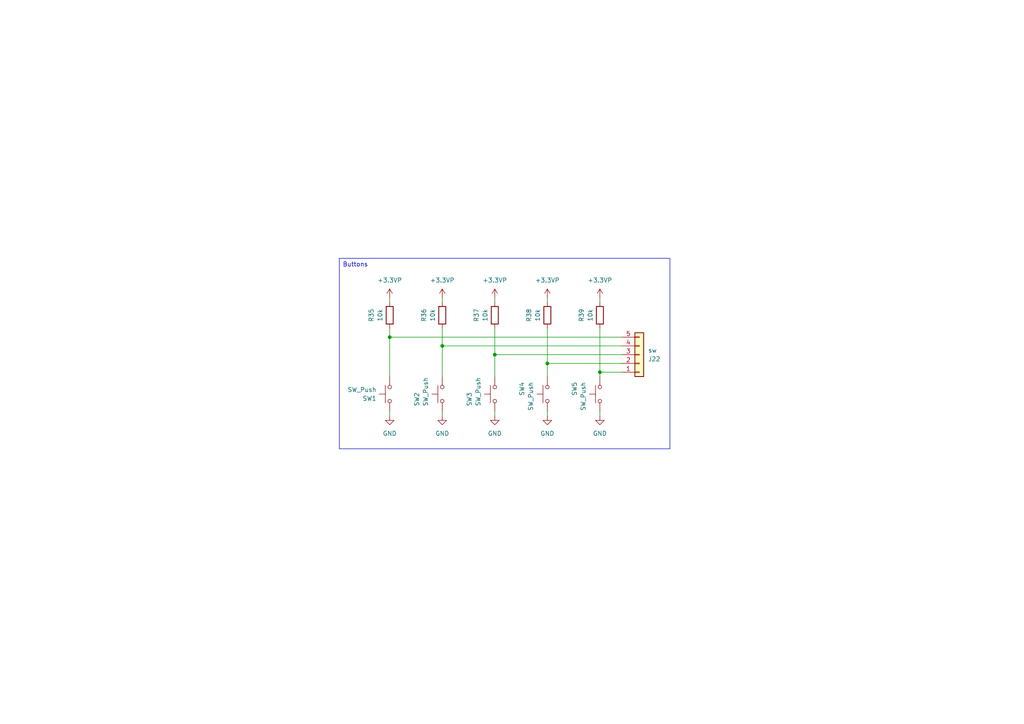
<source format=kicad_sch>
(kicad_sch (version 20250114) (generator "eeschema") (generator_version "9.0")
  (paper "A4")
  (title_block (date "2026-01-16") (rev "0.0.2") (company "KN NaMi"))
  (lib_symbols
    (symbol "Connector_Generic:Conn_01x05" (pin_names (offset 1.016) (hide yes))
      (property "Reference" "J" (at 0 7.62 0))
      (property "Value" "Conn_01x05" (at 0 -7.62 0))
      (symbol "Conn_01x05_1_1"
        (rectangle (start -1.27 6.35) (end 1.27 -6.35) (stroke (width 0.254)) (fill (type background)))
        (rectangle (start -1.27 5.207) (end 0 4.953) (stroke (width 0.1524)))
        (rectangle (start -1.27 2.667) (end 0 2.413) (stroke (width 0.1524)))
        (rectangle (start -1.27 0.127) (end 0 -0.127) (stroke (width 0.1524)))
        (rectangle (start -1.27 -2.413) (end 0 -2.667) (stroke (width 0.1524)))
        (rectangle (start -1.27 -4.953) (end 0 -5.207) (stroke (width 0.1524)))
        (pin passive line (at -5.08 5.08 0) (length 3.81) (name "Pin_1") (number "1"))
        (pin passive line (at -5.08 2.54 0) (length 3.81) (name "Pin_2") (number "2"))
        (pin passive line (at -5.08 0 0) (length 3.81) (name "Pin_3") (number "3"))
        (pin passive line (at -5.08 -2.54 0) (length 3.81) (name "Pin_4") (number "4"))
        (pin passive line (at -5.08 -5.08 0) (length 3.81) (name "Pin_5") (number "5"))
      )
    )
    (symbol "Device:R" (pin_numbers (hide yes)) (pin_names (offset 0))
      (property "Reference" "R" (at 2.032 0 90))
      (property "Value" "R" (at 0 0 90))
      (symbol "R_0_1"
        (rectangle (start -1.016 -2.54) (end 1.016 2.54) (stroke (width 0.254)))
      )
      (symbol "R_1_1"
        (pin passive line (at 0 3.81 270) (length 1.27) (name "~") (number "1"))
        (pin passive line (at 0 -3.81 90) (length 1.27) (name "~") (number "2"))
      )
    )
    (symbol "Switch:SW_Push" (pin_numbers (hide yes)) (pin_names (offset 1.016) (hide yes))
      (property "Reference" "SW" (at 1.27 2.54 0))
      (property "Value" "SW_Push" (at 0 -1.524 0))
      (symbol "SW_Push_0_1"
        (circle (center -2.032 0) (radius 0.508))
        (polyline (pts (xy 0 1.27) (xy 0 3.048)))
        (circle (center 2.032 0) (radius 0.508))
        (polyline (pts (xy 2.54 1.27) (xy -2.54 1.27)))
        (pin passive line (at -5.08 0 0) (length 2.54) (name "1") (number "1"))
        (pin passive line (at 5.08 0 180) (length 2.54) (name "2") (number "2"))
      )
    )
    (symbol "power:+3.3VP" (power) (pin_numbers (hide yes)) (pin_names (offset 0) (hide yes))
      (property "Value" "+3.3VP" (at 0 3.556 0))
      (symbol "+3.3VP_0_0"
        (pin power_in line (at 0 0 90) (length 0) (name "~") (number "1"))
      )
      (symbol "+3.3VP_0_1"
        (polyline (pts (xy -0.762 1.27) (xy 0 2.54)))
        (polyline (pts (xy 0 2.54) (xy 0.762 1.27)))
        (polyline (pts (xy 0 0) (xy 0 2.54)))
      )
    )
    (symbol "power:GND" (power) (pin_numbers (hide yes)) (pin_names (offset 0) (hide yes))
      (property "Value" "GND" (at 0 -3.81 0))
      (symbol "GND_0_1"
        (polyline (pts (xy 0 0) (xy 0 -1.27) (xy 1.27 -1.27) (xy 0 -2.54) (xy -1.27 -1.27) (xy 0 -1.27)))
      )
      (symbol "GND_1_1"
        (pin power_in line (at 0 0 270) (length 0) (name "~") (number "1"))
      )
    )
  )
  (text_box "Buttons" (at 98.425 74.93 0) (size 95.885 55.245) (margins 0.9525 0.9525 0.9525 0.9525) (effects (font (size 1.27 1.27)) (justify left top)))
  (junction (at 158.75 105.41))
  (junction (at 143.51 102.87))
  (junction (at 113.03 97.79))
  (junction (at 128.27 100.33))
  (junction (at 173.99 107.95))
  (wire (pts (xy 143.51 95.25) (xy 143.51 102.87)))
  (wire (pts (xy 128.27 86.36) (xy 128.27 87.63)))
  (wire (pts (xy 173.99 107.95) (xy 173.99 109.22)))
  (wire (pts (xy 128.27 120.65) (xy 128.27 119.38)))
  (wire (pts (xy 113.03 86.36) (xy 113.03 87.63)))
  (wire (pts (xy 158.75 95.25) (xy 158.75 105.41)))
  (wire (pts (xy 128.27 95.25) (xy 128.27 100.33)))
  (wire (pts (xy 158.75 105.41) (xy 158.75 109.22)))
  (wire (pts (xy 158.75 120.65) (xy 158.75 119.38)))
  (wire (pts (xy 113.03 95.25) (xy 113.03 97.79)))
  (wire (pts (xy 158.75 86.36) (xy 158.75 87.63)))
  (wire (pts (xy 173.99 120.65) (xy 173.99 119.38)))
  (wire (pts (xy 143.51 120.65) (xy 143.51 119.38)))
  (wire (pts (xy 128.27 100.33) (xy 180.34 100.33)))
  (wire (pts (xy 143.51 102.87) (xy 143.51 109.22)))
  (wire (pts (xy 143.51 102.87) (xy 180.34 102.87)))
  (wire (pts (xy 173.99 107.95) (xy 180.34 107.95)))
  (wire (pts (xy 113.03 97.79) (xy 113.03 109.22)))
  (wire (pts (xy 113.03 97.79) (xy 180.34 97.79)))
  (wire (pts (xy 128.27 100.33) (xy 128.27 109.22)))
  (wire (pts (xy 143.51 86.36) (xy 143.51 87.63)))
  (wire (pts (xy 173.99 86.36) (xy 173.99 87.63)))
  (wire (pts (xy 113.03 120.65) (xy 113.03 119.38)))
  (wire (pts (xy 158.75 105.41) (xy 180.34 105.41)))
  (wire (pts (xy 173.99 95.25) (xy 173.99 107.95)))
  (symbol (lib_id "power:+3.3VP") (at 113.03 86.36 0) (unit 1)
    (property "Reference" "#PWR0106" (effects (hide yes)))
    (property "Value" "+3.3VP" (at 113.03 81.28 0))
    (property "Description" "Power symbol creates a global label with name \"+3.3VP\"" (effects (hide yes)))
  )
  (symbol (lib_id "Connector_Generic:Conn_01x05") (at 185.42 102.87 0) (mirror x) (unit 1)
    (property "Reference" "J22" (at 187.96 104.1401 0) (effects (justify left)))
    (property "Value" "sw" (at 187.96 101.6001 0) (effects (justify left)))
    (property "Footprint" "Connector_PinHeader_2.54mm:PinHeader_1x05_P2.54mm_Vertical" (effects (hide yes)))
    (property "Description" "Generic connector, single row, 01x05, script generated (kicad-library-utils/schlib/autogen/connector/)" (effects (hide yes)))
  )
  (symbol (lib_id "Switch:SW_Push") (at 173.99 114.3 90) (mirror x) (unit 1)
    (property "Reference" "SW5" (at 166.624 110.744 0) (effects (justify left)))
    (property "Value" "SW_Push" (at 169.164 110.744 0) (effects (justify left)))
    (property "Footprint" "Button_Switch_THT:SW_PUSH_6mm_H5mm" (effects (hide yes)))
    (property "Description" "Push button switch, generic, two pins" (effects (hide yes)))
  )
  (symbol (lib_id "power:GND") (at 128.27 120.65 0) (unit 1)
    (property "Reference" "#PWR0124" (effects (hide yes)))
    (property "Value" "GND" (at 128.27 125.73 0))
    (property "Description" "Power symbol creates a global label with name \"GND\" , ground" (effects (hide yes)))
  )
  (symbol (lib_id "power:+3.3VP") (at 158.75 86.36 0) (unit 1)
    (property "Reference" "#PWR0109" (effects (hide yes)))
    (property "Value" "+3.3VP" (at 158.75 81.28 0))
    (property "Description" "Power symbol creates a global label with name \"+3.3VP\"" (effects (hide yes)))
  )
  (symbol (lib_id "Device:R") (at 143.51 91.44 180) (unit 1)
    (property "Reference" "R37" (at 138.176 91.44 90))
    (property "Value" "10k" (at 140.716 91.44 90))
    (property "Footprint" "Resistor_SMD:R_0603_1608Metric_Pad0.98x0.95mm_HandSolder" (effects (hide yes)))
    (property "Description" "Resistor" (effects (hide yes)))
  )
  (symbol (lib_id "Switch:SW_Push") (at 143.51 114.3 90) (unit 1)
    (property "Reference" "SW3" (at 136.144 117.856 0) (effects (justify left)))
    (property "Value" "SW_Push" (at 138.684 117.856 0) (effects (justify left)))
    (property "Footprint" "Button_Switch_THT:SW_PUSH_6mm_H5mm" (effects (hide yes)))
    (property "Description" "Push button switch, generic, two pins" (effects (hide yes)))
  )
  (symbol (lib_id "Device:R") (at 128.27 91.44 180) (unit 1)
    (property "Reference" "R36" (at 122.936 91.44 90))
    (property "Value" "10k" (at 125.476 91.44 90))
    (property "Footprint" "Resistor_SMD:R_0603_1608Metric_Pad0.98x0.95mm_HandSolder" (effects (hide yes)))
    (property "Description" "Resistor" (effects (hide yes)))
  )
  (symbol (lib_id "Device:R") (at 173.99 91.44 180) (unit 1)
    (property "Reference" "R39" (at 168.656 91.44 90))
    (property "Value" "10k" (at 171.196 91.44 90))
    (property "Footprint" "Resistor_SMD:R_0603_1608Metric_Pad0.98x0.95mm_HandSolder" (effects (hide yes)))
    (property "Description" "Resistor" (effects (hide yes)))
  )
  (symbol (lib_id "power:+3.3VP") (at 173.99 86.36 0) (unit 1)
    (property "Reference" "#PWR0110" (effects (hide yes)))
    (property "Value" "+3.3VP" (at 173.99 81.28 0))
    (property "Description" "Power symbol creates a global label with name \"+3.3VP\"" (effects (hide yes)))
  )
  (symbol (lib_id "power:+3.3VP") (at 143.51 86.36 0) (unit 1)
    (property "Reference" "#PWR0108" (effects (hide yes)))
    (property "Value" "+3.3VP" (at 143.51 81.28 0))
    (property "Description" "Power symbol creates a global label with name \"+3.3VP\"" (effects (hide yes)))
  )
  (symbol (lib_id "power:+3.3VP") (at 128.27 86.36 0) (unit 1)
    (property "Reference" "#PWR0107" (effects (hide yes)))
    (property "Value" "+3.3VP" (at 128.27 81.28 0))
    (property "Description" "Power symbol creates a global label with name \"+3.3VP\"" (effects (hide yes)))
  )
  (symbol (lib_id "Device:R") (at 158.75 91.44 180) (unit 1)
    (property "Reference" "R38" (at 153.416 91.44 90))
    (property "Value" "10k" (at 155.956 91.44 90))
    (property "Footprint" "Resistor_SMD:R_0603_1608Metric_Pad0.98x0.95mm_HandSolder" (effects (hide yes)))
    (property "Description" "Resistor" (effects (hide yes)))
  )
  (symbol (lib_id "power:GND") (at 113.03 120.65 0) (unit 1)
    (property "Reference" "#PWR0123" (effects (hide yes)))
    (property "Value" "GND" (at 113.03 125.73 0))
    (property "Description" "Power symbol creates a global label with name \"GND\" , ground" (effects (hide yes)))
  )
  (symbol (lib_id "Switch:SW_Push") (at 158.75 114.3 90) (mirror x) (unit 1)
    (property "Reference" "SW4" (at 151.384 110.744 0) (effects (justify left)))
    (property "Value" "SW_Push" (at 153.924 110.744 0) (effects (justify left)))
    (property "Footprint" "Button_Switch_THT:SW_PUSH_6mm_H5mm" (effects (hide yes)))
    (property "Description" "Push button switch, generic, two pins" (effects (hide yes)))
  )
  (symbol (lib_id "power:GND") (at 158.75 120.65 0) (unit 1)
    (property "Reference" "#PWR0126" (effects (hide yes)))
    (property "Value" "GND" (at 158.75 125.73 0))
    (property "Description" "Power symbol creates a global label with name \"GND\" , ground" (effects (hide yes)))
  )
  (symbol (lib_id "power:GND") (at 173.99 120.65 0) (unit 1)
    (property "Reference" "#PWR0127" (effects (hide yes)))
    (property "Value" "GND" (at 173.99 125.73 0))
    (property "Description" "Power symbol creates a global label with name \"GND\" , ground" (effects (hide yes)))
  )
  (symbol (lib_id "Switch:SW_Push") (at 113.03 114.3 90) (unit 1)
    (property "Reference" "SW1" (at 109.22 115.5701 90) (effects (justify left)))
    (property "Value" "SW_Push" (at 109.22 113.0301 90) (effects (justify left)))
    (property "Footprint" "Button_Switch_THT:SW_PUSH_6mm_H5mm" (effects (hide yes)))
    (property "Description" "Push button switch, generic, two pins" (effects (hide yes)))
  )
  (symbol (lib_id "power:GND") (at 143.51 120.65 0) (unit 1)
    (property "Reference" "#PWR0125" (effects (hide yes)))
    (property "Value" "GND" (at 143.51 125.73 0))
    (property "Description" "Power symbol creates a global label with name \"GND\" , ground" (effects (hide yes)))
  )
  (symbol (lib_id "Device:R") (at 113.03 91.44 180) (unit 1)
    (property "Reference" "R35" (at 107.696 91.44 90))
    (property "Value" "10k" (at 110.236 91.44 90))
    (property "Footprint" "Resistor_SMD:R_0603_1608Metric_Pad0.98x0.95mm_HandSolder" (effects (hide yes)))
    (property "Description" "Resistor" (effects (hide yes)))
  )
  (symbol (lib_id "Switch:SW_Push") (at 128.27 114.3 90) (unit 1)
    (property "Reference" "SW2" (at 120.904 117.856 0) (effects (justify left)))
    (property "Value" "SW_Push" (at 123.444 117.856 0) (effects (justify left)))
    (property "Footprint" "Button_Switch_THT:SW_PUSH_6mm_H5mm" (effects (hide yes)))
    (property "Description" "Push button switch, generic, two pins" (effects (hide yes)))
  )
)
</source>
